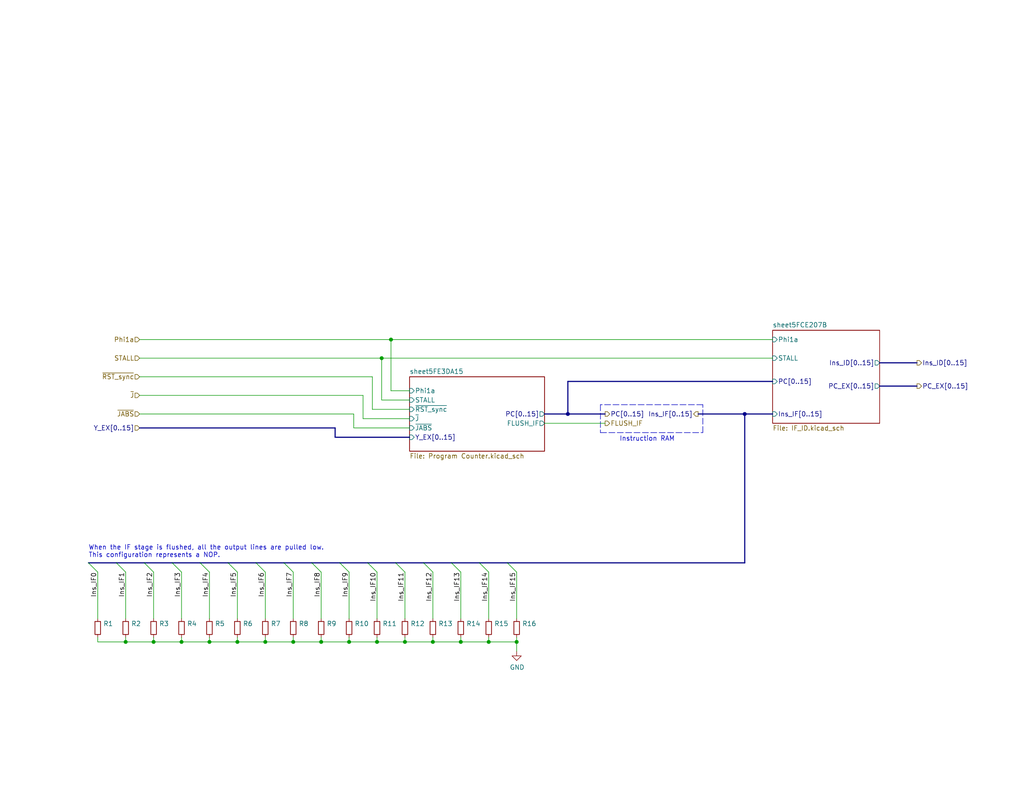
<source format=kicad_sch>
(kicad_sch (version 20211123) (generator eeschema)
  (paper "USLetter")
  (title_block (title "IF") (date "2022-04-10"))
  (lib_symbols
    (symbol "Device:R_Small" (pin_numbers hide) (pin_names (offset 0.254) hide)
      (property "Reference" "R" (at 0.762 0.508 0))
      (property "Value" "R_Small" (at 0.762 -1.016 0))
      (symbol "R_Small_0_1"
        (rectangle (start -0.762 1.778) (end 0.762 -1.778) (stroke (width 0.2032)))
      )
      (symbol "R_Small_1_1"
        (pin passive line (at 0 2.54 270) (length 0.762) (name "~") (number "1"))
        (pin passive line (at 0 -2.54 90) (length 0.762) (name "~") (number "2"))
      )
    )
    (symbol "power:GND" (power) (pin_names (offset 0))
      (property "Value" "GND" (at 0 -3.81 0))
      (symbol "GND_0_1"
        (polyline (pts (xy 0 0) (xy 0 -1.27) (xy 1.27 -1.27) (xy 0 -2.54) (xy -1.27 -1.27) (xy 0 -1.27)))
      )
      (symbol "GND_1_1"
        (pin power_in line (at 0 0 270) (length 0) hide (name "GND") (number "1"))
      )
    )
  )
  (junction (at 64.77 175.26))
  (junction (at 80.01 175.26))
  (junction (at 87.63 175.26))
  (junction (at 203.2 113.03))
  (junction (at 102.87 175.26))
  (junction (at 57.15 175.26))
  (junction (at 104.14 97.79))
  (junction (at 125.73 175.26))
  (junction (at 72.39 175.26))
  (junction (at 106.68 92.71))
  (junction (at 154.94 113.03))
  (junction (at 34.29 175.26))
  (junction (at 133.35 175.26))
  (junction (at 110.49 175.26))
  (junction (at 49.53 175.26))
  (junction (at 95.25 175.26))
  (junction (at 140.97 175.26))
  (junction (at 118.11 175.26))
  (junction (at 41.91 175.26))
  (bus_entry (at 57.15 156.21) (size -2.54 -2.54))
  (bus_entry (at 87.63 156.21) (size -2.54 -2.54))
  (bus_entry (at 140.97 156.21) (size -2.54 -2.54))
  (bus_entry (at 102.87 156.21) (size -2.54 -2.54))
  (bus_entry (at 95.25 156.21) (size -2.54 -2.54))
  (bus_entry (at 41.91 156.21) (size -2.54 -2.54))
  (bus_entry (at 80.01 156.21) (size -2.54 -2.54))
  (bus_entry (at 118.11 156.21) (size -2.54 -2.54))
  (bus_entry (at 64.77 156.21) (size -2.54 -2.54))
  (bus_entry (at 133.35 156.21) (size -2.54 -2.54))
  (bus_entry (at 125.73 156.21) (size -2.54 -2.54))
  (bus_entry (at 34.29 156.21) (size -2.54 -2.54))
  (bus_entry (at 26.67 156.21) (size -2.54 -2.54))
  (bus_entry (at 49.53 156.21) (size -2.54 -2.54))
  (bus_entry (at 110.49 156.21) (size -2.54 -2.54))
  (bus_entry (at 72.39 156.21) (size -2.54 -2.54))
  (bus (pts (xy 148.59 113.03) (xy 154.94 113.03)))
  (bus (pts (xy 107.95 153.67) (xy 115.57 153.67)))
  (wire (pts (xy 41.91 175.26) (xy 41.91 173.99)))
  (bus (pts (xy 115.57 153.67) (xy 123.19 153.67)))
  (wire (pts (xy 26.67 156.21) (xy 26.67 168.91)))
  (wire (pts (xy 106.68 92.71) (xy 210.82 92.71)))
  (wire (pts (xy 118.11 156.21) (xy 118.11 168.91)))
  (wire (pts (xy 140.97 175.26) (xy 133.35 175.26)))
  (wire (pts (xy 125.73 175.26) (xy 125.73 173.99)))
  (bus (pts (xy 92.71 153.67) (xy 100.33 153.67)))
  (polyline (pts (xy 191.77 110.49) (xy 163.83 110.49)))
  (bus (pts (xy 154.94 104.14) (xy 210.82 104.14)))
  (bus (pts (xy 62.23 153.67) (xy 69.85 153.67)))
  (bus (pts (xy 77.47 153.67) (xy 85.09 153.67)))
  (wire (pts (xy 38.1 107.95) (xy 99.06 107.95)))
  (wire (pts (xy 87.63 156.21) (xy 87.63 168.91)))
  (bus (pts (xy 85.09 153.67) (xy 92.71 153.67)))
  (wire (pts (xy 49.53 175.26) (xy 49.53 173.99)))
  (wire (pts (xy 133.35 175.26) (xy 133.35 173.99)))
  (polyline (pts (xy 163.83 118.11) (xy 191.77 118.11)))
  (wire (pts (xy 102.87 175.26) (xy 102.87 173.99)))
  (bus (pts (xy 250.19 105.41) (xy 240.03 105.41)))
  (bus (pts (xy 111.76 119.38) (xy 91.44 119.38)))
  (wire (pts (xy 101.6 111.76) (xy 101.6 102.87)))
  (wire (pts (xy 102.87 175.26) (xy 95.25 175.26)))
  (wire (pts (xy 148.59 115.57) (xy 165.1 115.57)))
  (wire (pts (xy 95.25 156.21) (xy 95.25 168.91)))
  (wire (pts (xy 26.67 175.26) (xy 26.67 173.99)))
  (wire (pts (xy 95.25 175.26) (xy 87.63 175.26)))
  (wire (pts (xy 110.49 156.21) (xy 110.49 168.91)))
  (wire (pts (xy 72.39 156.21) (xy 72.39 168.91)))
  (wire (pts (xy 38.1 97.79) (xy 104.14 97.79)))
  (wire (pts (xy 87.63 175.26) (xy 87.63 173.99)))
  (wire (pts (xy 210.82 97.79) (xy 104.14 97.79)))
  (wire (pts (xy 57.15 175.26) (xy 49.53 175.26)))
  (wire (pts (xy 38.1 102.87) (xy 101.6 102.87)))
  (wire (pts (xy 41.91 175.26) (xy 34.29 175.26)))
  (bus (pts (xy 123.19 153.67) (xy 130.81 153.67)))
  (bus (pts (xy 138.43 153.67) (xy 203.2 153.67)))
  (wire (pts (xy 133.35 175.26) (xy 125.73 175.26)))
  (wire (pts (xy 64.77 175.26) (xy 64.77 173.99)))
  (wire (pts (xy 118.11 175.26) (xy 118.11 173.99)))
  (wire (pts (xy 80.01 175.26) (xy 72.39 175.26)))
  (wire (pts (xy 64.77 175.26) (xy 57.15 175.26)))
  (wire (pts (xy 95.25 175.26) (xy 95.25 173.99)))
  (bus (pts (xy 203.2 113.03) (xy 210.82 113.03)))
  (wire (pts (xy 110.49 175.26) (xy 110.49 173.99)))
  (wire (pts (xy 111.76 114.3) (xy 99.06 114.3)))
  (polyline (pts (xy 163.83 110.49) (xy 163.83 118.11)))
  (wire (pts (xy 57.15 156.21) (xy 57.15 168.91)))
  (bus (pts (xy 190.5 113.03) (xy 203.2 113.03)))
  (wire (pts (xy 38.1 113.03) (xy 96.52 113.03)))
  (wire (pts (xy 34.29 175.26) (xy 34.29 173.99)))
  (wire (pts (xy 80.01 175.26) (xy 80.01 173.99)))
  (wire (pts (xy 111.76 109.22) (xy 104.14 109.22)))
  (wire (pts (xy 110.49 175.26) (xy 102.87 175.26)))
  (bus (pts (xy 91.44 116.84) (xy 38.1 116.84)))
  (bus (pts (xy 46.99 153.67) (xy 54.61 153.67)))
  (wire (pts (xy 34.29 156.21) (xy 34.29 168.91)))
  (wire (pts (xy 49.53 175.26) (xy 41.91 175.26)))
  (wire (pts (xy 111.76 116.84) (xy 96.52 116.84)))
  (wire (pts (xy 64.77 156.21) (xy 64.77 168.91)))
  (polyline (pts (xy 191.77 118.11) (xy 191.77 110.49)))
  (wire (pts (xy 96.52 116.84) (xy 96.52 113.03)))
  (wire (pts (xy 140.97 156.21) (xy 140.97 168.91)))
  (wire (pts (xy 140.97 175.26) (xy 140.97 173.99)))
  (wire (pts (xy 80.01 156.21) (xy 80.01 168.91)))
  (wire (pts (xy 111.76 111.76) (xy 101.6 111.76)))
  (wire (pts (xy 72.39 175.26) (xy 72.39 173.99)))
  (wire (pts (xy 111.76 106.68) (xy 106.68 106.68)))
  (wire (pts (xy 72.39 175.26) (xy 64.77 175.26)))
  (bus (pts (xy 54.61 153.67) (xy 62.23 153.67)))
  (wire (pts (xy 38.1 92.71) (xy 106.68 92.71)))
  (bus (pts (xy 203.2 153.67) (xy 203.2 113.03)))
  (wire (pts (xy 125.73 175.26) (xy 118.11 175.26)))
  (bus (pts (xy 240.03 99.06) (xy 250.19 99.06)))
  (wire (pts (xy 102.87 156.21) (xy 102.87 168.91)))
  (wire (pts (xy 87.63 175.26) (xy 80.01 175.26)))
  (bus (pts (xy 91.44 119.38) (xy 91.44 116.84)))
  (bus (pts (xy 69.85 153.67) (xy 77.47 153.67)))
  (wire (pts (xy 57.15 175.26) (xy 57.15 173.99)))
  (bus (pts (xy 130.81 153.67) (xy 138.43 153.67)))
  (wire (pts (xy 125.73 156.21) (xy 125.73 168.91)))
  (wire (pts (xy 99.06 114.3) (xy 99.06 107.95)))
  (wire (pts (xy 133.35 156.21) (xy 133.35 168.91)))
  (wire (pts (xy 41.91 156.21) (xy 41.91 168.91)))
  (bus (pts (xy 100.33 153.67) (xy 107.95 153.67)))
  (bus (pts (xy 24.13 153.67) (xy 31.75 153.67)))
  (bus (pts (xy 165.1 113.03) (xy 154.94 113.03)))
  (wire (pts (xy 140.97 177.8) (xy 140.97 175.26)))
  (bus (pts (xy 39.37 153.67) (xy 46.99 153.67)))
  (wire (pts (xy 34.29 175.26) (xy 26.67 175.26)))
  (bus (pts (xy 31.75 153.67) (xy 39.37 153.67)))
  (wire (pts (xy 49.53 156.21) (xy 49.53 168.91)))
  (wire (pts (xy 104.14 97.79) (xy 104.14 109.22)))
  (bus (pts (xy 154.94 113.03) (xy 154.94 104.14)))
  (wire (pts (xy 118.11 175.26) (xy 110.49 175.26)))
  (wire (pts (xy 106.68 92.71) (xy 106.68 106.68)))
  (text "Instruction RAM" (at 184.15 120.65 180) (effects (font (size 1.27 1.27)) (justify right bottom)))
  (text "When the IF stage is flushed, all the output lines are pulled low.\nThis configuration represents a NOP." (at 24.13 152.4 0) (effects (font (size 1.27 1.27)) (justify left bottom)))
  (label "Ins_IF11" (at 110.49 156.21 270))
  (label "Ins_IF13" (at 125.73 156.21 270))
  (label "Ins_IF6" (at 72.39 156.21 270))
  (label "Ins_IF12" (at 118.11 156.21 270))
  (label "Ins_IF14" (at 133.35 156.21 270))
  (label "Ins_IF1" (at 34.29 156.21 270))
  (label "Ins_IF10" (at 102.87 156.21 270))
  (label "Ins_IF5" (at 64.77 156.21 270))
  (label "Ins_IF0" (at 26.67 156.21 270))
  (label "Ins_IF8" (at 87.63 156.21 270))
  (label "Ins_IF9" (at 95.25 156.21 270))
  (label "Ins_IF7" (at 80.01 156.21 270))
  (label "Ins_IF3" (at 49.53 156.21 270))
  (label "Ins_IF15" (at 140.97 156.21 270))
  (label "Ins_IF2" (at 41.91 156.21 270))
  (label "Ins_IF4" (at 57.15 156.21 270))
  (hierarchical_label "Phi1a" (shape input) (at 38.1 92.71 180))
  (hierarchical_label "~{RST_sync}" (shape input) (at 38.1 102.87 180))
  (hierarchical_label "~{J}" (shape input) (at 38.1 107.95 180))
  (hierarchical_label "Ins_IF[0..15]" (shape output) (at 190.5 113.03 180))
  (hierarchical_label "PC[0..15]" (shape output) (at 165.1 113.03 0))
  (hierarchical_label "STALL" (shape input) (at 38.1 97.79 180))
  (hierarchical_label "PC_EX[0..15]" (shape output) (at 250.19 105.41 0))
  (hierarchical_label "Y_EX[0..15]" (shape input) (at 38.1 116.84 180))
  (hierarchical_label "~{JABS}" (shape input) (at 38.1 113.03 180))
  (hierarchical_label "Ins_ID[0..15]" (shape output) (at 250.19 99.06 0))
  (hierarchical_label "FLUSH_IF" (shape output) (at 165.1 115.57 0))
  (symbol (lib_id "Device:R_Small") (at 133.35 171.45 0) (unit 1)
    (property "Reference" "R15" (at 134.8486 170.2816 0) (effects (justify left)))
    (property "Footprint" "Resistor_SMD:R_0603_1608Metric_Pad0.98x0.95mm_HandSolder" (effects hide))
    (property "Mouser" "https://www.mouser.com/ProductDetail/652-CR0603FX-1002ELF" (effects hide))
  )
  (symbol (lib_id "Device:R_Small") (at 64.77 171.45 0) (unit 1)
    (property "Reference" "R6" (at 66.2686 170.2816 0) (effects (justify left)))
    (property "Footprint" "Resistor_SMD:R_0603_1608Metric_Pad0.98x0.95mm_HandSolder" (effects hide))
    (property "Mouser" "https://www.mouser.com/ProductDetail/652-CR0603FX-1002ELF" (effects hide))
  )
  (symbol (lib_id "Device:R_Small") (at 110.49 171.45 0) (unit 1)
    (property "Reference" "R12" (at 111.9886 170.2816 0) (effects (justify left)))
    (property "Footprint" "Resistor_SMD:R_0603_1608Metric_Pad0.98x0.95mm_HandSolder" (effects hide))
    (property "Mouser" "https://www.mouser.com/ProductDetail/652-CR0603FX-1002ELF" (effects hide))
  )
  (symbol (lib_id "Device:R_Small") (at 95.25 171.45 0) (unit 1)
    (property "Reference" "R10" (at 96.7486 170.2816 0) (effects (justify left)))
    (property "Footprint" "Resistor_SMD:R_0603_1608Metric_Pad0.98x0.95mm_HandSolder" (effects hide))
    (property "Mouser" "https://www.mouser.com/ProductDetail/652-CR0603FX-1002ELF" (effects hide))
  )
  (symbol (lib_id "Device:R_Small") (at 118.11 171.45 0) (unit 1)
    (property "Reference" "R13" (at 119.6086 170.2816 0) (effects (justify left)))
    (property "Footprint" "Resistor_SMD:R_0603_1608Metric_Pad0.98x0.95mm_HandSolder" (effects hide))
    (property "Mouser" "https://www.mouser.com/ProductDetail/652-CR0603FX-1002ELF" (effects hide))
  )
  (symbol (lib_id "Device:R_Small") (at 87.63 171.45 0) (unit 1)
    (property "Reference" "R9" (at 89.1286 170.2816 0) (effects (justify left)))
    (property "Footprint" "Resistor_SMD:R_0603_1608Metric_Pad0.98x0.95mm_HandSolder" (effects hide))
    (property "Mouser" "https://www.mouser.com/ProductDetail/652-CR0603FX-1002ELF" (effects hide))
  )
  (symbol (lib_id "Device:R_Small") (at 57.15 171.45 0) (unit 1)
    (property "Reference" "R5" (at 58.6486 170.2816 0) (effects (justify left)))
    (property "Footprint" "Resistor_SMD:R_0603_1608Metric_Pad0.98x0.95mm_HandSolder" (effects hide))
    (property "Mouser" "https://www.mouser.com/ProductDetail/652-CR0603FX-1002ELF" (effects hide))
  )
  (symbol (lib_id "Device:R_Small") (at 102.87 171.45 0) (unit 1)
    (property "Reference" "R11" (at 104.3686 170.2816 0) (effects (justify left)))
    (property "Footprint" "Resistor_SMD:R_0603_1608Metric_Pad0.98x0.95mm_HandSolder" (effects hide))
    (property "Mouser" "https://www.mouser.com/ProductDetail/652-CR0603FX-1002ELF" (effects hide))
  )
  (symbol (lib_id "Device:R_Small") (at 41.91 171.45 0) (unit 1)
    (property "Reference" "R3" (at 43.4086 170.2816 0) (effects (justify left)))
    (property "Footprint" "Resistor_SMD:R_0603_1608Metric_Pad0.98x0.95mm_HandSolder" (effects hide))
    (property "Mouser" "https://www.mouser.com/ProductDetail/652-CR0603FX-1002ELF" (effects hide))
  )
  (symbol (lib_id "Device:R_Small") (at 72.39 171.45 0) (unit 1)
    (property "Reference" "R7" (at 73.8886 170.2816 0) (effects (justify left)))
    (property "Footprint" "Resistor_SMD:R_0603_1608Metric_Pad0.98x0.95mm_HandSolder" (effects hide))
    (property "Mouser" "https://www.mouser.com/ProductDetail/652-CR0603FX-1002ELF" (effects hide))
  )
  (symbol (lib_id "Device:R_Small") (at 49.53 171.45 0) (unit 1)
    (property "Reference" "R4" (at 51.0286 170.2816 0) (effects (justify left)))
    (property "Footprint" "Resistor_SMD:R_0603_1608Metric_Pad0.98x0.95mm_HandSolder" (effects hide))
    (property "Mouser" "https://www.mouser.com/ProductDetail/652-CR0603FX-1002ELF" (effects hide))
  )
  (symbol (lib_id "Device:R_Small") (at 34.29 171.45 0) (unit 1)
    (property "Reference" "R2" (at 35.7886 170.2816 0) (effects (justify left)))
    (property "Footprint" "Resistor_SMD:R_0603_1608Metric_Pad0.98x0.95mm_HandSolder" (effects hide))
    (property "Mouser" "https://www.mouser.com/ProductDetail/652-CR0603FX-1002ELF" (effects hide))
  )
  (symbol (lib_id "power:GND") (at 140.97 177.8 0) (unit 1)
    (property "Reference" "#PWR09" (effects hide))
    (property "Value" "GND" (at 141.097 182.1942 0))
  )
  (symbol (lib_id "Device:R_Small") (at 80.01 171.45 0) (unit 1)
    (property "Reference" "R8" (at 81.5086 170.2816 0) (effects (justify left)))
    (property "Footprint" "Resistor_SMD:R_0603_1608Metric_Pad0.98x0.95mm_HandSolder" (effects hide))
    (property "Mouser" "https://www.mouser.com/ProductDetail/652-CR0603FX-1002ELF" (effects hide))
  )
  (symbol (lib_id "Device:R_Small") (at 125.73 171.45 0) (unit 1)
    (property "Reference" "R14" (at 127.2286 170.2816 0) (effects (justify left)))
    (property "Footprint" "Resistor_SMD:R_0603_1608Metric_Pad0.98x0.95mm_HandSolder" (effects hide))
    (property "Mouser" "https://www.mouser.com/ProductDetail/652-CR0603FX-1002ELF" (effects hide))
  )
  (symbol (lib_id "Device:R_Small") (at 26.67 171.45 0) (unit 1)
    (property "Reference" "R1" (at 28.1686 170.2816 0) (effects (justify left)))
    (property "Footprint" "Resistor_SMD:R_0603_1608Metric_Pad0.98x0.95mm_HandSolder" (effects hide))
    (property "Mouser" "https://www.mouser.com/ProductDetail/652-CR0603FX-1002ELF" (effects hide))
  )
  (symbol (lib_id "Device:R_Small") (at 140.97 171.45 0) (unit 1)
    (property "Reference" "R16" (at 142.4686 170.2816 0) (effects (justify left)))
    (property "Footprint" "Resistor_SMD:R_0603_1608Metric_Pad0.98x0.95mm_HandSolder" (effects hide))
    (property "Mouser" "https://www.mouser.com/ProductDetail/652-CR0603FX-1002ELF" (effects hide))
  )
  (sheet (at 210.82 90.17) (size 29.21 25.4)
    (property "Sheet name" "sheet5FCE207B" (at 210.82 89.4584 0) (effects (justify left bottom)))
    (property "Sheet file" "IF_ID.kicad_sch" (at 210.82 116.1546 0) (effects (justify left top)))
    (pin "PC[0..15]" input (at 210.82 104.14 180))
    (pin "PC_EX[0..15]" output (at 240.03 105.41 0))
    (pin "Ins_IF[0..15]" input (at 210.82 113.03 180))
    (pin "Ins_ID[0..15]" output (at 240.03 99.06 0))
    (pin "STALL" input (at 210.82 97.79 180))
    (pin "Phi1a" input (at 210.82 92.71 180))
  )
  (sheet (at 111.76 102.87) (size 36.83 20.32)
    (property "Sheet name" "sheet5FE3DA15" (at 111.76 102.1584 0) (effects (justify left bottom)))
    (property "Sheet file" "Program Counter.kicad_sch" (at 111.76 123.7746 0) (effects (justify left top)))
    (pin "~{RST_sync}" input (at 111.76 111.76 180))
    (pin "~{J}" input (at 111.76 114.3 180))
    (pin "PC[0..15]" output (at 148.59 113.03 0))
    (pin "Y_EX[0..15]" input (at 111.76 119.38 180))
    (pin "~{JABS}" input (at 111.76 116.84 180))
    (pin "STALL" input (at 111.76 109.22 180))
    (pin "FLUSH_IF" output (at 148.59 115.57 0))
    (pin "Phi1a" input (at 111.76 106.68 180))
  )
)
</source>
